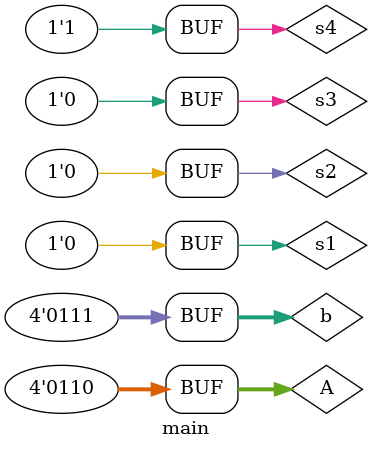
<source format=v>
/* Alaa Mahmoud Ebrahim		20190105
   Rana Ihab Ahmed			20190207
   Omar Khaled Alhaj		20190351
   Group:CS-S2
*/

module mux4(output d, input s1, input s2, input a3, input a2, input a1, input a0);
	wire [3:0] temp;
	and(temp[3], a3, s1, s2);
	and(temp[2], a2, ~s1, s2);
	and(temp[1], a1, s1, ~s2);
	and(temp[0], a0, ~s1, ~s2);
	or(d, temp[3], temp[2], temp[1], temp[0]);
endmodule

module mux2(output d, input s1, input a1, input a0);
	wire [1:0] temp;
	and(temp[0], a0, ~s1); //s1 = 0 ->output
	and(temp[1], a1, s1);	//s1 = 1 -> output
	or(d, temp[1], temp[0]);
endmodule


module half_adder(sum, carry, a, b);
   input a, b;
   output sum, carry;
   xor(sum, a, b);
   and(carry, a, b);
endmodule

module full_adder(sum, carry, x, y, z);
   input x, y, z;
   output sum, carry;
   wire s1, c1, c2;
   half_adder h1(s1, c1, x, y);
   half_adder h2(sum, c2, s1, z);
   or(carry, c1, c2);
endmodule

module arithmeticCircuit(output[4:0]D, input[3:0]A, input[3:0]B, input s1, input s2);
   wire cin;
   wire [3:0] carry;
   wire [3:0] out;
   xor(cin,s1,s2);
   
   //Adding two 4-bit numbers.	//s1=0 , s0=0, cin = 0
   mux4 m1(out[0], s1, s2, 1'b1, 1'b0, ~B[0], B[0]);
   full_adder f1(D[0], carry[0], cin, A[0], out[0]);
   /*initial
   begin
      $monitor("d[0]=%b, carry[0]=%b, cin=%b, out[0]=%b, A[0]=%b", D[0], carry[0], cin, out[0], A[0]);
   end */
   
   //Subtracting two 4-bit numbers.
   mux4 m2(out[1] , s1, s2, 1'b1, 1'b0, ~B[1], B[1]);
   full_adder f2(D[1], carry[1], carry[0], A[1], out[1]);
   
   //Adding 1 to a 4-bit number.
   mux4 m3(out[2], s1, s2, 1'b1, 1'b0, ~B[2], B[2]);
   full_adder f3(D[2], carry[2], carry[1], A[2], out[2]);
   
   //Subtracting 1 from a 4-bit number.
   mux4 m4(out[3], s1, s2, 1'b1, 1'b0, ~B[3], B[3]);
   full_adder f4(D[3] ,carry[3], carry[2], A[3], out[3]);
   
   buf(D[4], carry[3]);
endmodule   

module logicCircuit(input s1, input s2, input [3:0]a, input [3:0]b, output [4:0]outArray);
	//s2 s1
	//00 = XOR, 10 = OR, 01 = XOR, 11 = AND
	wire[3:0] TEMP;
	wire[3:0] AND;
	wire[3:0] OR;
	wire[3:0] XOR;
	//
	and(AND[0], a[0], b[0]);
	and(AND[1], a[1], b[1]);
	and(AND[2], a[2], b[2]);
	and(AND[3], a[3], b[3]);
	//
	or(OR[0], a[0], b[0]);
	or(OR[1], a[1], b[1]);
	or(OR[2], a[2], b[2]);
	or(OR[3], a[3], b[3]);
	//
	xor(XOR[0], a[0], b[0]);
	xor(XOR[1], a[1], b[1]);
	xor(XOR[2], a[2], b[2]);
	xor(XOR[3], a[3], b[3]);
	//
	mux2 m0(TEMP[0], s1, AND[0], OR[0]);
	mux2 m1(TEMP[1], s1, AND[1], OR[1]);
	mux2 m2(TEMP[2], s1, AND[2], OR[2]);
	mux2 m3(TEMP[3], s1, AND[3], OR[3]);
	//
	mux2 m4(outArray[0], s2, TEMP[0], XOR[0]);
	mux2 m5(outArray[1], s2, TEMP[1], XOR[1]);
	mux2 m6(outArray[2], s2, TEMP[2], XOR[2]);
	mux2 m7(outArray[3], s2, TEMP[3], XOR[3]);
	//
	buf(outArray[4], 0);
endmodule

module rightShift(output [4:0]o, input [3:0]a);
	buf(o[3], a[3]);
	buf(o[2], a[3]);
	buf(o[1], a[2]);
	buf(o[0], a[1]);
	buf(o[4], a[3]);
endmodule

module ALU(output [4:0]o, input [3:0]a, input [3:0]b, input s4, input s3, input s2, input s1);
	wire [4:0] ar;
	arithmeticCircuit arc(ar, a, b, s1, s2);
	wire [4:0]l;
	logicCircuit Logic(s1, s2, a, b, l);
	wire [4:0]shift;
	rightShift r(shift, a);
	wire [4:0]temp;
	
	mux2 m0(temp[0], s3, l[0], ar[0]);		//s4  s3
	mux2 m1(o[0], s4, shift[0], temp[0]);	//0	   0	arithmetic
											//0	   1	logic
	mux2 m2(temp[1], s3, l[1], ar[1]);		//1	   x	shift
	mux2 m3(o[1], s4, shift[1], temp[1]);
	
	mux2 m4(temp[2], s3, l[2], ar[2]);
	mux2 m5(o[2], s4, shift[2], temp[2]);
	
	mux2 m6(temp[3], s3, l[3], ar[3]);
	mux2 m7(o[3], s4, shift[3], temp[3]);
	
	mux2 m8(temp[4], s3, l[4], ar[4]);
	mux2 m9(o[4], s4, shift[4], temp[4]);
	
endmodule
	

module main();
   wire [3:0] A = 4'b0110;
   wire s1 = 0;
   wire s2 = 0;
   wire s3 = 0;
   wire s4 = 1;
   wire [4:0]d;
   wire [3:0]b = 4'b0111;

   ALU a(d, A, b, s4, s3, s2, s1);
   initial
   begin
      $monitor("d[4]=%b, d[3]=%b, d[2]=%b, d[1]=%b, d[0]=%b", d[4], d[3], d[2], d[1], d[0]);
   end
endmodule

</source>
